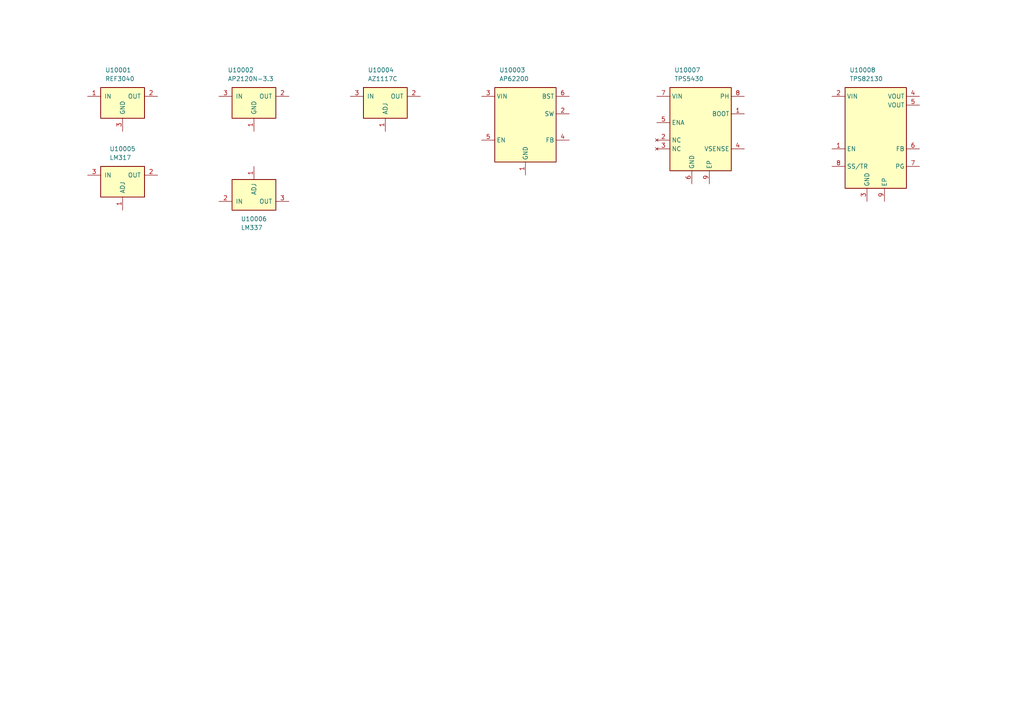
<source format=kicad_sch>
(kicad_sch
	(version 20250114)
	(generator "eeschema")
	(generator_version "9.0")
	(uuid "6d96c60a-a59b-4663-94b7-16d9033e65e9")
	(paper "A4")
	(title_block
		(title "Integrated circuits")
		(date "2026-01-06")
		(rev "1")
		(comment 1 "-")
		(comment 2 "-")
	)
	(lib_symbols
		(symbol "lily_symbols:ic_volt_reference_REF3040_4.096V_sot23"
			(pin_names
				(offset 1.016)
			)
			(exclude_from_sim no)
			(in_bom yes)
			(on_board yes)
			(property "Reference" "U"
				(at 5.08 7.62 0)
				(effects
					(font
						(size 1.27 1.27)
					)
					(justify left)
				)
			)
			(property "Value" "REF3040"
				(at 5.08 5.08 0)
				(effects
					(font
						(size 1.27 1.27)
					)
					(justify left)
				)
			)
			(property "Footprint" "lily_footprints:sot23"
				(at 10.16 -25.4 0)
				(effects
					(font
						(size 1.27 1.27)
					)
					(hide yes)
				)
			)
			(property "Datasheet" "https://lilytronics.github.io/lily_kicad_lib/datasheets/texas_instruments/REF30_series.pdf"
				(at 10.16 -38.1 0)
				(effects
					(font
						(size 1.27 1.27)
					)
					(hide yes)
				)
			)
			(property "Description" ""
				(at 0 0 0)
				(effects
					(font
						(size 1.27 1.27)
					)
					(hide yes)
				)
			)
			(property "Revision" "1"
				(at 10.16 -20.32 0)
				(effects
					(font
						(size 1.27 1.27)
					)
					(hide yes)
				)
			)
			(property "Status" "Active"
				(at 10.16 -22.86 0)
				(effects
					(font
						(size 1.27 1.27)
					)
					(hide yes)
				)
			)
			(property "Manufacturer" "Texas Instruments"
				(at 10.16 -27.94 0)
				(effects
					(font
						(size 1.27 1.27)
					)
					(hide yes)
				)
			)
			(property "Manufacturer_ID" "REF3040AIDBZR"
				(at 10.16 -30.48 0)
				(effects
					(font
						(size 1.27 1.27)
					)
					(hide yes)
				)
			)
			(property "Lily_ID" "NO_ID"
				(at 10.16 -33.02 0)
				(effects
					(font
						(size 1.27 1.27)
					)
					(hide yes)
				)
			)
			(property "JLCPCB_ID" "C19415"
				(at 10.16 -35.56 0)
				(effects
					(font
						(size 1.27 1.27)
					)
					(hide yes)
				)
			)
			(symbol "ic_volt_reference_REF3040_4.096V_sot23_0_1"
				(rectangle
					(start 3.81 2.54)
					(end 16.51 -6.35)
					(stroke
						(width 0.254)
						(type default)
					)
					(fill
						(type background)
					)
				)
			)
			(symbol "ic_volt_reference_REF3040_4.096V_sot23_1_1"
				(pin input line
					(at 0 0 0)
					(length 3.81)
					(name "IN"
						(effects
							(font
								(size 1.27 1.27)
							)
						)
					)
					(number "1"
						(effects
							(font
								(size 1.27 1.27)
							)
						)
					)
				)
				(pin power_in line
					(at 10.16 -10.16 90)
					(length 3.81)
					(name "GND"
						(effects
							(font
								(size 1.27 1.27)
							)
						)
					)
					(number "3"
						(effects
							(font
								(size 1.27 1.27)
							)
						)
					)
				)
				(pin output line
					(at 20.32 0 180)
					(length 3.81)
					(name "OUT"
						(effects
							(font
								(size 1.27 1.27)
							)
						)
					)
					(number "2"
						(effects
							(font
								(size 1.27 1.27)
							)
						)
					)
				)
			)
			(embedded_fonts no)
		)
		(symbol "lily_symbols:ic_volt_reg_AP2120N-3.3_sot23"
			(pin_names
				(offset 1.016)
			)
			(exclude_from_sim no)
			(in_bom yes)
			(on_board yes)
			(property "Reference" "U"
				(at 2.54 7.62 0)
				(effects
					(font
						(size 1.27 1.27)
					)
					(justify left)
				)
			)
			(property "Value" "AP2120N-3.3"
				(at 2.54 5.08 0)
				(effects
					(font
						(size 1.27 1.27)
					)
					(justify left)
				)
			)
			(property "Footprint" "lily_footprints:sot23"
				(at 10.16 -25.4 0)
				(effects
					(font
						(size 1.27 1.27)
					)
					(hide yes)
				)
			)
			(property "Datasheet" "https://lilytronics.github.io/lily_kicad_lib/datasheets/diodes_incorporated/AP2120.pdf"
				(at 10.16 -38.1 0)
				(effects
					(font
						(size 1.27 1.27)
					)
					(hide yes)
				)
			)
			(property "Description" ""
				(at 0 0 0)
				(effects
					(font
						(size 1.27 1.27)
					)
					(hide yes)
				)
			)
			(property "Revision" "1"
				(at 10.16 -20.32 0)
				(effects
					(font
						(size 1.27 1.27)
					)
					(hide yes)
				)
			)
			(property "Status" "Active"
				(at 10.16 -22.86 0)
				(effects
					(font
						(size 1.27 1.27)
					)
					(hide yes)
				)
			)
			(property "Manufacturer" "Diodes Incorporated"
				(at 10.16 -27.94 0)
				(effects
					(font
						(size 1.27 1.27)
					)
					(hide yes)
				)
			)
			(property "Manufacturer_ID" "AP2120N-3.3TRG1 "
				(at 10.16 -30.48 0)
				(effects
					(font
						(size 1.27 1.27)
					)
					(hide yes)
				)
			)
			(property "Lily_ID" "NO_ID"
				(at 10.16 -33.02 0)
				(effects
					(font
						(size 1.27 1.27)
					)
					(hide yes)
				)
			)
			(property "JLCPCB_ID" "C156330"
				(at 10.16 -35.56 0)
				(effects
					(font
						(size 1.27 1.27)
					)
					(hide yes)
				)
			)
			(symbol "ic_volt_reg_AP2120N-3.3_sot23_0_1"
				(rectangle
					(start 3.81 2.54)
					(end 16.51 -6.35)
					(stroke
						(width 0.254)
						(type default)
					)
					(fill
						(type background)
					)
				)
			)
			(symbol "ic_volt_reg_AP2120N-3.3_sot23_1_1"
				(pin input line
					(at 0 0 0)
					(length 3.81)
					(name "IN"
						(effects
							(font
								(size 1.27 1.27)
							)
						)
					)
					(number "3"
						(effects
							(font
								(size 1.27 1.27)
							)
						)
					)
				)
				(pin power_in line
					(at 10.16 -10.16 90)
					(length 3.81)
					(name "GND"
						(effects
							(font
								(size 1.27 1.27)
							)
						)
					)
					(number "1"
						(effects
							(font
								(size 1.27 1.27)
							)
						)
					)
				)
				(pin output line
					(at 20.32 0 180)
					(length 3.81)
					(name "OUT"
						(effects
							(font
								(size 1.27 1.27)
							)
						)
					)
					(number "2"
						(effects
							(font
								(size 1.27 1.27)
							)
						)
					)
				)
			)
			(embedded_fonts no)
		)
		(symbol "lily_symbols:ic_volt_reg_AP62200_sot23-6"
			(exclude_from_sim no)
			(in_bom yes)
			(on_board yes)
			(property "Reference" "U"
				(at 5.08 7.62 0)
				(effects
					(font
						(size 1.27 1.27)
					)
					(justify left)
				)
			)
			(property "Value" "AP62200"
				(at 5.08 5.08 0)
				(effects
					(font
						(size 1.27 1.27)
					)
					(justify left)
				)
			)
			(property "Footprint" "lily_footprints:sot23-6_sc74"
				(at 12.7 -40.64 0)
				(effects
					(font
						(size 1.27 1.27)
					)
					(hide yes)
				)
			)
			(property "Datasheet" "https://lilytronics.github.io/lily_kicad_lib/datasheets/diodes_incorporated/AP62200.pdf"
				(at 12.7 -53.34 0)
				(effects
					(font
						(size 1.27 1.27)
					)
					(hide yes)
				)
			)
			(property "Description" ""
				(at 0 0 0)
				(effects
					(font
						(size 1.27 1.27)
					)
					(hide yes)
				)
			)
			(property "Revision" "1"
				(at 12.7 -35.56 0)
				(effects
					(font
						(size 1.27 1.27)
					)
					(hide yes)
				)
			)
			(property "Status" "Active"
				(at 12.7 -38.1 0)
				(effects
					(font
						(size 1.27 1.27)
					)
					(hide yes)
				)
			)
			(property "Manufacturer" "Diodes Incorporated"
				(at 12.7 -43.18 0)
				(effects
					(font
						(size 1.27 1.27)
					)
					(hide yes)
				)
			)
			(property "Manufacturer_ID" "AP62200WU-7"
				(at 12.7 -45.72 0)
				(effects
					(font
						(size 1.27 1.27)
					)
					(hide yes)
				)
			)
			(property "Lily_ID" "NO_ID"
				(at 12.7 -48.26 0)
				(effects
					(font
						(size 1.27 1.27)
					)
					(hide yes)
				)
			)
			(property "JLCPCB_ID" "C1323282"
				(at 12.7 -50.8 0)
				(effects
					(font
						(size 1.27 1.27)
					)
					(hide yes)
				)
			)
			(symbol "ic_volt_reg_AP62200_sot23-6_0_1"
				(rectangle
					(start 3.81 2.54)
					(end 21.59 -19.05)
					(stroke
						(width 0.254)
						(type default)
					)
					(fill
						(type background)
					)
				)
			)
			(symbol "ic_volt_reg_AP62200_sot23-6_1_1"
				(pin power_in line
					(at 0 0 0)
					(length 3.81)
					(name "VIN"
						(effects
							(font
								(size 1.27 1.27)
							)
						)
					)
					(number "3"
						(effects
							(font
								(size 1.27 1.27)
							)
						)
					)
				)
				(pin input line
					(at 0 -12.7 0)
					(length 3.81)
					(name "EN"
						(effects
							(font
								(size 1.27 1.27)
							)
						)
					)
					(number "5"
						(effects
							(font
								(size 1.27 1.27)
							)
						)
					)
				)
				(pin power_in line
					(at 12.7 -22.86 90)
					(length 3.81)
					(name "GND"
						(effects
							(font
								(size 1.27 1.27)
							)
						)
					)
					(number "1"
						(effects
							(font
								(size 1.27 1.27)
							)
						)
					)
				)
				(pin passive line
					(at 25.4 0 180)
					(length 3.81)
					(name "BST"
						(effects
							(font
								(size 1.27 1.27)
							)
						)
					)
					(number "6"
						(effects
							(font
								(size 1.27 1.27)
							)
						)
					)
				)
				(pin output line
					(at 25.4 -5.08 180)
					(length 3.81)
					(name "SW"
						(effects
							(font
								(size 1.27 1.27)
							)
						)
					)
					(number "2"
						(effects
							(font
								(size 1.27 1.27)
							)
						)
					)
				)
				(pin input line
					(at 25.4 -12.7 180)
					(length 3.81)
					(name "FB"
						(effects
							(font
								(size 1.27 1.27)
							)
						)
					)
					(number "4"
						(effects
							(font
								(size 1.27 1.27)
							)
						)
					)
				)
			)
			(embedded_fonts no)
		)
		(symbol "lily_symbols:ic_volt_reg_AZ1117C_sot223"
			(pin_names
				(offset 1.016)
			)
			(exclude_from_sim no)
			(in_bom yes)
			(on_board yes)
			(property "Reference" "U"
				(at 5.08 7.62 0)
				(effects
					(font
						(size 1.27 1.27)
					)
					(justify left)
				)
			)
			(property "Value" "AZ1117C"
				(at 5.08 5.08 0)
				(effects
					(font
						(size 1.27 1.27)
					)
					(justify left)
				)
			)
			(property "Footprint" "lily_footprints:sot223"
				(at 10.16 -22.86 0)
				(effects
					(font
						(size 1.27 1.27)
					)
					(hide yes)
				)
			)
			(property "Datasheet" "https://lilytronics.github.io/lily_kicad_lib/datasheets/diodes_incorporated/AZ1117C.pdf"
				(at 10.16 -35.56 0)
				(effects
					(font
						(size 1.27 1.27)
					)
					(hide yes)
				)
			)
			(property "Description" ""
				(at 0 0 0)
				(effects
					(font
						(size 1.27 1.27)
					)
					(hide yes)
				)
			)
			(property "Revision" "1"
				(at 10.16 -17.78 0)
				(effects
					(font
						(size 1.27 1.27)
					)
					(hide yes)
				)
			)
			(property "Status" "Active"
				(at 10.16 -20.32 0)
				(effects
					(font
						(size 1.27 1.27)
					)
					(hide yes)
				)
			)
			(property "Manufacturer" "Diodes Incorporated"
				(at 10.16 -25.4 0)
				(effects
					(font
						(size 1.27 1.27)
					)
					(hide yes)
				)
			)
			(property "Manufacturer_ID" "AZ1117CH-ADJTRG1"
				(at 10.16 -27.94 0)
				(effects
					(font
						(size 1.27 1.27)
					)
					(hide yes)
				)
			)
			(property "Lily_ID" "NO_ID"
				(at 10.16 -30.48 0)
				(effects
					(font
						(size 1.27 1.27)
					)
					(hide yes)
				)
			)
			(property "JLCPCB_ID" "C95398"
				(at 10.16 -33.02 0)
				(effects
					(font
						(size 1.27 1.27)
					)
					(hide yes)
				)
			)
			(symbol "ic_volt_reg_AZ1117C_sot223_0_1"
				(rectangle
					(start 3.81 2.54)
					(end 16.51 -6.35)
					(stroke
						(width 0.254)
						(type default)
					)
					(fill
						(type background)
					)
				)
			)
			(symbol "ic_volt_reg_AZ1117C_sot223_1_1"
				(pin input line
					(at 0 0 0)
					(length 3.81)
					(name "IN"
						(effects
							(font
								(size 1.27 1.27)
							)
						)
					)
					(number "3"
						(effects
							(font
								(size 1.27 1.27)
							)
						)
					)
				)
				(pin passive line
					(at 10.16 -10.16 90)
					(length 3.81)
					(name "ADJ"
						(effects
							(font
								(size 1.27 1.27)
							)
						)
					)
					(number "1"
						(effects
							(font
								(size 1.27 1.27)
							)
						)
					)
				)
				(pin output line
					(at 20.32 0 180)
					(length 3.81)
					(name "OUT"
						(effects
							(font
								(size 1.27 1.27)
							)
						)
					)
					(number "2"
						(effects
							(font
								(size 1.27 1.27)
							)
						)
					)
				)
			)
			(embedded_fonts no)
		)
		(symbol "lily_symbols:ic_volt_reg_LM317_to263-2"
			(pin_names
				(offset 1.016)
			)
			(exclude_from_sim no)
			(in_bom yes)
			(on_board yes)
			(property "Reference" "U"
				(at 6.35 7.62 0)
				(effects
					(font
						(size 1.27 1.27)
					)
					(justify left)
				)
			)
			(property "Value" "LM317"
				(at 6.35 5.08 0)
				(effects
					(font
						(size 1.27 1.27)
					)
					(justify left)
				)
			)
			(property "Footprint" "lily_footprints:to263-2"
				(at 10.16 -22.86 0)
				(effects
					(font
						(size 1.27 1.27)
					)
					(hide yes)
				)
			)
			(property "Datasheet" "https://lilytronics.github.io/lily_kicad_lib/datasheets/onsemi/LM317.pdf"
				(at 10.16 -35.56 0)
				(effects
					(font
						(size 1.27 1.27)
					)
					(hide yes)
				)
			)
			(property "Description" ""
				(at 0 0 0)
				(effects
					(font
						(size 1.27 1.27)
					)
					(hide yes)
				)
			)
			(property "Revision" "1"
				(at 10.16 -17.78 0)
				(effects
					(font
						(size 1.27 1.27)
					)
					(hide yes)
				)
			)
			(property "Status" "Active"
				(at 10.16 -20.32 0)
				(effects
					(font
						(size 1.27 1.27)
					)
					(hide yes)
				)
			)
			(property "Manufacturer" "Onsemi"
				(at 10.16 -25.4 0)
				(effects
					(font
						(size 1.27 1.27)
					)
					(hide yes)
				)
			)
			(property "Manufacturer_ID" "LM317BD2TR4G"
				(at 10.16 -27.94 0)
				(effects
					(font
						(size 1.27 1.27)
					)
					(hide yes)
				)
			)
			(property "Lily_ID" "NO_ID"
				(at 10.16 -30.48 0)
				(effects
					(font
						(size 1.27 1.27)
					)
					(hide yes)
				)
			)
			(property "JLCPCB_ID" "C173771"
				(at 10.16 -33.02 0)
				(effects
					(font
						(size 1.27 1.27)
					)
					(hide yes)
				)
			)
			(symbol "ic_volt_reg_LM317_to263-2_0_1"
				(rectangle
					(start 3.81 2.54)
					(end 16.51 -6.35)
					(stroke
						(width 0.254)
						(type default)
					)
					(fill
						(type background)
					)
				)
			)
			(symbol "ic_volt_reg_LM317_to263-2_1_1"
				(pin input line
					(at 0 0 0)
					(length 3.81)
					(name "IN"
						(effects
							(font
								(size 1.27 1.27)
							)
						)
					)
					(number "3"
						(effects
							(font
								(size 1.27 1.27)
							)
						)
					)
				)
				(pin passive line
					(at 10.16 -10.16 90)
					(length 3.81)
					(name "ADJ"
						(effects
							(font
								(size 1.27 1.27)
							)
						)
					)
					(number "1"
						(effects
							(font
								(size 1.27 1.27)
							)
						)
					)
				)
				(pin output line
					(at 20.32 0 180)
					(length 3.81)
					(name "OUT"
						(effects
							(font
								(size 1.27 1.27)
							)
						)
					)
					(number "2"
						(effects
							(font
								(size 1.27 1.27)
							)
						)
					)
				)
			)
			(embedded_fonts no)
		)
		(symbol "lily_symbols:ic_volt_reg_LM337_to263-2"
			(pin_names
				(offset 1.016)
			)
			(exclude_from_sim no)
			(in_bom yes)
			(on_board yes)
			(property "Reference" "U"
				(at 6.35 -5.08 0)
				(effects
					(font
						(size 1.27 1.27)
					)
					(justify left)
				)
			)
			(property "Value" "LM337"
				(at 6.35 -7.62 0)
				(effects
					(font
						(size 1.27 1.27)
					)
					(justify left)
				)
			)
			(property "Footprint" "lily_footprints:to263-2"
				(at 10.16 -15.24 0)
				(effects
					(font
						(size 1.27 1.27)
					)
					(hide yes)
				)
			)
			(property "Datasheet" "https://lilytronics.github.io/lily_kicad_lib/datasheets/onsemi/LM337.pdf"
				(at 10.16 -27.94 0)
				(effects
					(font
						(size 1.27 1.27)
					)
					(hide yes)
				)
			)
			(property "Description" ""
				(at 0 0 0)
				(effects
					(font
						(size 1.27 1.27)
					)
					(hide yes)
				)
			)
			(property "Revision" "1"
				(at 10.16 -10.16 0)
				(effects
					(font
						(size 1.27 1.27)
					)
					(hide yes)
				)
			)
			(property "Status" "Active"
				(at 10.16 -12.7 0)
				(effects
					(font
						(size 1.27 1.27)
					)
					(hide yes)
				)
			)
			(property "Manufacturer" "Onsemi"
				(at 10.16 -17.78 0)
				(effects
					(font
						(size 1.27 1.27)
					)
					(hide yes)
				)
			)
			(property "Manufacturer_ID" "LM337D2TR4G"
				(at 10.16 -20.32 0)
				(effects
					(font
						(size 1.27 1.27)
					)
					(hide yes)
				)
			)
			(property "Lily_ID" "NO_ID"
				(at 10.16 -22.86 0)
				(effects
					(font
						(size 1.27 1.27)
					)
					(hide yes)
				)
			)
			(property "JLCPCB_ID" "C232416"
				(at 10.16 -25.4 0)
				(effects
					(font
						(size 1.27 1.27)
					)
					(hide yes)
				)
			)
			(symbol "ic_volt_reg_LM337_to263-2_0_1"
				(rectangle
					(start 3.81 6.35)
					(end 16.51 -2.54)
					(stroke
						(width 0.254)
						(type default)
					)
					(fill
						(type background)
					)
				)
			)
			(symbol "ic_volt_reg_LM337_to263-2_1_1"
				(pin input line
					(at 0 0 0)
					(length 3.81)
					(name "IN"
						(effects
							(font
								(size 1.27 1.27)
							)
						)
					)
					(number "2"
						(effects
							(font
								(size 1.27 1.27)
							)
						)
					)
				)
				(pin passive line
					(at 10.16 10.16 270)
					(length 3.81)
					(name "ADJ"
						(effects
							(font
								(size 1.27 1.27)
							)
						)
					)
					(number "1"
						(effects
							(font
								(size 1.27 1.27)
							)
						)
					)
				)
				(pin output line
					(at 20.32 0 180)
					(length 3.81)
					(name "OUT"
						(effects
							(font
								(size 1.27 1.27)
							)
						)
					)
					(number "3"
						(effects
							(font
								(size 1.27 1.27)
							)
						)
					)
				)
			)
			(embedded_fonts no)
		)
		(symbol "lily_symbols:ic_volt_reg_switching_TPS5430_hsoic8"
			(exclude_from_sim no)
			(in_bom yes)
			(on_board yes)
			(property "Reference" "U"
				(at 5.08 7.62 0)
				(effects
					(font
						(size 1.27 1.27)
					)
					(justify left)
				)
			)
			(property "Value" "TPS5430"
				(at 5.08 5.08 0)
				(effects
					(font
						(size 1.27 1.27)
					)
					(justify left)
				)
			)
			(property "Footprint" "lily_footprints:hsoic8"
				(at 12.7 -43.18 0)
				(effects
					(font
						(size 1.27 1.27)
					)
					(hide yes)
				)
			)
			(property "Datasheet" "https://lilytronics.github.io/lily_kicad_lib/datasheets/texas_instruments/TPS5430.pdf"
				(at 12.7 -55.88 0)
				(effects
					(font
						(size 1.27 1.27)
					)
					(hide yes)
				)
			)
			(property "Description" ""
				(at 0 0 0)
				(effects
					(font
						(size 1.27 1.27)
					)
					(hide yes)
				)
			)
			(property "Revision" "1"
				(at 12.7 -38.1 0)
				(effects
					(font
						(size 1.27 1.27)
					)
					(hide yes)
				)
			)
			(property "Status" "Active"
				(at 12.7 -40.64 0)
				(effects
					(font
						(size 1.27 1.27)
					)
					(hide yes)
				)
			)
			(property "Manufacturer" "Texas Instruments"
				(at 12.7 -45.72 0)
				(effects
					(font
						(size 1.27 1.27)
					)
					(hide yes)
				)
			)
			(property "Manufacturer_ID" "TPS5430DDAR"
				(at 12.7 -48.26 0)
				(effects
					(font
						(size 1.27 1.27)
					)
					(hide yes)
				)
			)
			(property "Lily_ID" "NO_ID"
				(at 12.7 -50.8 0)
				(effects
					(font
						(size 1.27 1.27)
					)
					(hide yes)
				)
			)
			(property "JLCPCB_ID" "C9864"
				(at 12.7 -53.34 0)
				(effects
					(font
						(size 1.27 1.27)
					)
					(hide yes)
				)
			)
			(symbol "ic_volt_reg_switching_TPS5430_hsoic8_0_1"
				(rectangle
					(start 3.81 2.54)
					(end 21.59 -21.59)
					(stroke
						(width 0.254)
						(type default)
					)
					(fill
						(type background)
					)
				)
			)
			(symbol "ic_volt_reg_switching_TPS5430_hsoic8_1_1"
				(pin power_in line
					(at 0 0 0)
					(length 3.81)
					(name "VIN"
						(effects
							(font
								(size 1.27 1.27)
							)
						)
					)
					(number "7"
						(effects
							(font
								(size 1.27 1.27)
							)
						)
					)
				)
				(pin input line
					(at 0 -7.62 0)
					(length 3.81)
					(name "ENA"
						(effects
							(font
								(size 1.27 1.27)
							)
						)
					)
					(number "5"
						(effects
							(font
								(size 1.27 1.27)
							)
						)
					)
				)
				(pin no_connect line
					(at 0 -12.7 0)
					(length 3.81)
					(name "NC"
						(effects
							(font
								(size 1.27 1.27)
							)
						)
					)
					(number "2"
						(effects
							(font
								(size 1.27 1.27)
							)
						)
					)
				)
				(pin no_connect line
					(at 0 -15.24 0)
					(length 3.81)
					(name "NC"
						(effects
							(font
								(size 1.27 1.27)
							)
						)
					)
					(number "3"
						(effects
							(font
								(size 1.27 1.27)
							)
						)
					)
				)
				(pin power_in line
					(at 10.16 -25.4 90)
					(length 3.81)
					(name "GND"
						(effects
							(font
								(size 1.27 1.27)
							)
						)
					)
					(number "6"
						(effects
							(font
								(size 1.27 1.27)
							)
						)
					)
				)
				(pin power_in line
					(at 15.24 -25.4 90)
					(length 3.81)
					(name "EP"
						(effects
							(font
								(size 1.27 1.27)
							)
						)
					)
					(number "9"
						(effects
							(font
								(size 1.27 1.27)
							)
						)
					)
				)
				(pin passive line
					(at 25.4 0 180)
					(length 3.81)
					(name "PH"
						(effects
							(font
								(size 1.27 1.27)
							)
						)
					)
					(number "8"
						(effects
							(font
								(size 1.27 1.27)
							)
						)
					)
				)
				(pin output line
					(at 25.4 -5.08 180)
					(length 3.81)
					(name "BOOT"
						(effects
							(font
								(size 1.27 1.27)
							)
						)
					)
					(number "1"
						(effects
							(font
								(size 1.27 1.27)
							)
						)
					)
				)
				(pin input line
					(at 25.4 -15.24 180)
					(length 3.81)
					(name "VSENSE"
						(effects
							(font
								(size 1.27 1.27)
							)
						)
					)
					(number "4"
						(effects
							(font
								(size 1.27 1.27)
							)
						)
					)
				)
			)
			(embedded_fonts no)
		)
		(symbol "lily_symbols:ic_volt_reg_switching_TPS82130_usip8"
			(exclude_from_sim no)
			(in_bom yes)
			(on_board yes)
			(property "Reference" "U"
				(at 5.08 7.62 0)
				(effects
					(font
						(size 1.27 1.27)
					)
					(justify left)
				)
			)
			(property "Value" "TPS82130"
				(at 5.08 5.08 0)
				(effects
					(font
						(size 1.27 1.27)
					)
					(justify left)
				)
			)
			(property "Footprint" "lily_footprints:usip8_pitch0.65_2.8x3.0mm"
				(at 12.7 -48.26 0)
				(effects
					(font
						(size 1.27 1.27)
					)
					(hide yes)
				)
			)
			(property "Datasheet" "https://lilytronics.github.io/lily_kicad_lib/datasheets/texas_instruments/TPS82130.pdf"
				(at 12.7 -60.96 0)
				(effects
					(font
						(size 1.27 1.27)
					)
					(hide yes)
				)
			)
			(property "Description" ""
				(at 0 0 0)
				(effects
					(font
						(size 1.27 1.27)
					)
					(hide yes)
				)
			)
			(property "Revision" "1"
				(at 12.7 -43.18 0)
				(effects
					(font
						(size 1.27 1.27)
					)
					(hide yes)
				)
			)
			(property "Status" "Active"
				(at 12.7 -45.72 0)
				(effects
					(font
						(size 1.27 1.27)
					)
					(hide yes)
				)
			)
			(property "Manufacturer" "Texas Instruments"
				(at 12.7 -50.8 0)
				(effects
					(font
						(size 1.27 1.27)
					)
					(hide yes)
				)
			)
			(property "Manufacturer_ID" "TPS82130SILR"
				(at 12.7 -53.34 0)
				(effects
					(font
						(size 1.27 1.27)
					)
					(hide yes)
				)
			)
			(property "Lily_ID" "NO_ID"
				(at 12.7 -55.88 0)
				(effects
					(font
						(size 1.27 1.27)
					)
					(hide yes)
				)
			)
			(property "JLCPCB_ID" "C473914"
				(at 12.7 -58.42 0)
				(effects
					(font
						(size 1.27 1.27)
					)
					(hide yes)
				)
			)
			(symbol "ic_volt_reg_switching_TPS82130_usip8_0_1"
				(rectangle
					(start 3.81 2.54)
					(end 21.59 -26.67)
					(stroke
						(width 0.254)
						(type default)
					)
					(fill
						(type background)
					)
				)
			)
			(symbol "ic_volt_reg_switching_TPS82130_usip8_1_1"
				(pin input line
					(at 0 0 0)
					(length 3.81)
					(name "VIN"
						(effects
							(font
								(size 1.27 1.27)
							)
						)
					)
					(number "2"
						(effects
							(font
								(size 1.27 1.27)
							)
						)
					)
				)
				(pin input line
					(at 0 -15.24 0)
					(length 3.81)
					(name "EN"
						(effects
							(font
								(size 1.27 1.27)
							)
						)
					)
					(number "1"
						(effects
							(font
								(size 1.27 1.27)
							)
						)
					)
				)
				(pin input line
					(at 0 -20.32 0)
					(length 3.81)
					(name "SS/TR"
						(effects
							(font
								(size 1.27 1.27)
							)
						)
					)
					(number "8"
						(effects
							(font
								(size 1.27 1.27)
							)
						)
					)
				)
				(pin power_in line
					(at 10.16 -30.48 90)
					(length 3.81)
					(name "GND"
						(effects
							(font
								(size 1.27 1.27)
							)
						)
					)
					(number "3"
						(effects
							(font
								(size 1.27 1.27)
							)
						)
					)
				)
				(pin power_in line
					(at 15.24 -30.48 90)
					(length 3.81)
					(name "EP"
						(effects
							(font
								(size 1.27 1.27)
							)
						)
					)
					(number "9"
						(effects
							(font
								(size 1.27 1.27)
							)
						)
					)
				)
				(pin output line
					(at 25.4 0 180)
					(length 3.81)
					(name "VOUT"
						(effects
							(font
								(size 1.27 1.27)
							)
						)
					)
					(number "4"
						(effects
							(font
								(size 1.27 1.27)
							)
						)
					)
				)
				(pin output line
					(at 25.4 -2.54 180)
					(length 3.81)
					(name "VOUT"
						(effects
							(font
								(size 1.27 1.27)
							)
						)
					)
					(number "5"
						(effects
							(font
								(size 1.27 1.27)
							)
						)
					)
				)
				(pin input line
					(at 25.4 -15.24 180)
					(length 3.81)
					(name "FB"
						(effects
							(font
								(size 1.27 1.27)
							)
						)
					)
					(number "6"
						(effects
							(font
								(size 1.27 1.27)
							)
						)
					)
				)
				(pin output line
					(at 25.4 -20.32 180)
					(length 3.81)
					(name "PG"
						(effects
							(font
								(size 1.27 1.27)
							)
						)
					)
					(number "7"
						(effects
							(font
								(size 1.27 1.27)
							)
						)
					)
				)
			)
			(embedded_fonts no)
		)
	)
	(symbol
		(lib_id "lily_symbols:ic_volt_reference_REF3040_4.096V_sot23")
		(at 25.4 27.94 0)
		(unit 1)
		(exclude_from_sim no)
		(in_bom yes)
		(on_board yes)
		(dnp no)
		(uuid "0ed7c20f-e6e3-42df-9b83-fd87a09d976b")
		(property "Reference" "U10001"
			(at 30.48 20.32 0)
			(effects
				(font
					(size 1.27 1.27)
				)
				(justify left)
			)
		)
		(property "Value" "REF3040"
			(at 30.48 22.86 0)
			(effects
				(font
					(size 1.27 1.27)
				)
				(justify left)
			)
		)
		(property "Footprint" "lily_footprints:sot23"
			(at 35.56 53.34 0)
			(effects
				(font
					(size 1.27 1.27)
				)
				(hide yes)
			)
		)
		(property "Datasheet" "https://lilytronics.github.io/lily_kicad_lib/datasheets/texas_instruments/REF30_series.pdf"
			(at 35.56 66.04 0)
			(effects
				(font
					(size 1.27 1.27)
				)
				(hide yes)
			)
		)
		(property "Description" ""
			(at 25.4 27.94 0)
			(effects
				(font
					(size 1.27 1.27)
				)
				(hide yes)
			)
		)
		(property "Revision" "1"
			(at 35.56 48.26 0)
			(effects
				(font
					(size 1.27 1.27)
				)
				(hide yes)
			)
		)
		(property "Status" "Active"
			(at 35.56 50.8 0)
			(effects
				(font
					(size 1.27 1.27)
				)
				(hide yes)
			)
		)
		(property "Manufacturer" "Texas Instruments"
			(at 35.56 55.88 0)
			(effects
				(font
					(size 1.27 1.27)
				)
				(hide yes)
			)
		)
		(property "Manufacturer_ID" "REF3040AIDBZR"
			(at 35.56 58.42 0)
			(effects
				(font
					(size 1.27 1.27)
				)
				(hide yes)
			)
		)
		(property "Lily_ID" "NO_ID"
			(at 35.56 60.96 0)
			(effects
				(font
					(size 1.27 1.27)
				)
				(hide yes)
			)
		)
		(property "JLCPCB_ID" "C19415"
			(at 35.56 63.5 0)
			(effects
				(font
					(size 1.27 1.27)
				)
				(hide yes)
			)
		)
		(pin "2"
			(uuid "4f16fa0e-e690-4ea0-8648-21989eda12e1")
		)
		(pin "1"
			(uuid "33a29701-f7bd-408f-8b0f-adaffd362110")
		)
		(pin "3"
			(uuid "9d1d281b-61bc-4cce-92e6-cf2e7677c091")
		)
		(instances
			(project ""
				(path "/e63e39d7-6ac0-4ffd-8aa3-1841a4541b55/aab8d68a-9445-4e01-a879-d4613f75fbd3"
					(reference "U10001")
					(unit 1)
				)
			)
		)
	)
	(symbol
		(lib_id "lily_symbols:ic_volt_reg_AZ1117C_sot223")
		(at 101.6 27.94 0)
		(unit 1)
		(exclude_from_sim no)
		(in_bom yes)
		(on_board yes)
		(dnp no)
		(uuid "10dadbf4-e933-4abc-830b-79535bec58df")
		(property "Reference" "U10004"
			(at 106.68 20.32 0)
			(effects
				(font
					(size 1.27 1.27)
				)
				(justify left)
			)
		)
		(property "Value" "AZ1117C"
			(at 106.68 22.86 0)
			(effects
				(font
					(size 1.27 1.27)
				)
				(justify left)
			)
		)
		(property "Footprint" "lily_footprints:sot223"
			(at 111.76 50.8 0)
			(effects
				(font
					(size 1.27 1.27)
				)
				(hide yes)
			)
		)
		(property "Datasheet" "https://lilytronics.github.io/lily_kicad_lib/datasheets/diodes_incorporated/AZ1117C.pdf"
			(at 111.76 63.5 0)
			(effects
				(font
					(size 1.27 1.27)
				)
				(hide yes)
			)
		)
		(property "Description" ""
			(at 101.6 27.94 0)
			(effects
				(font
					(size 1.27 1.27)
				)
				(hide yes)
			)
		)
		(property "Revision" "1"
			(at 111.76 45.72 0)
			(effects
				(font
					(size 1.27 1.27)
				)
				(hide yes)
			)
		)
		(property "Status" "Active"
			(at 111.76 48.26 0)
			(effects
				(font
					(size 1.27 1.27)
				)
				(hide yes)
			)
		)
		(property "Manufacturer" "Diodes Incorporated"
			(at 111.76 53.34 0)
			(effects
				(font
					(size 1.27 1.27)
				)
				(hide yes)
			)
		)
		(property "Manufacturer_ID" "AZ1117CH-ADJTRG1"
			(at 111.76 55.88 0)
			(effects
				(font
					(size 1.27 1.27)
				)
				(hide yes)
			)
		)
		(property "Lily_ID" "NO_ID"
			(at 111.76 58.42 0)
			(effects
				(font
					(size 1.27 1.27)
				)
				(hide yes)
			)
		)
		(property "JLCPCB_ID" "C95398"
			(at 111.76 60.96 0)
			(effects
				(font
					(size 1.27 1.27)
				)
				(hide yes)
			)
		)
		(pin "3"
			(uuid "be2ac30a-cada-45c8-8318-412ff9fff510")
		)
		(pin "1"
			(uuid "9393dc31-0ad5-4979-99b6-955b73bff5e3")
		)
		(pin "2"
			(uuid "8eeb6588-add2-49f0-9d03-b70d967879e2")
		)
		(instances
			(project ""
				(path "/e63e39d7-6ac0-4ffd-8aa3-1841a4541b55/aab8d68a-9445-4e01-a879-d4613f75fbd3"
					(reference "U10004")
					(unit 1)
				)
			)
		)
	)
	(symbol
		(lib_id "lily_symbols:ic_volt_reg_LM337_to263-2")
		(at 63.5 58.42 0)
		(unit 1)
		(exclude_from_sim no)
		(in_bom yes)
		(on_board yes)
		(dnp no)
		(uuid "13289098-fab4-4bd0-89b1-ce7d31b358e0")
		(property "Reference" "U10006"
			(at 69.85 63.5 0)
			(effects
				(font
					(size 1.27 1.27)
				)
				(justify left)
			)
		)
		(property "Value" "LM337"
			(at 69.85 66.04 0)
			(effects
				(font
					(size 1.27 1.27)
				)
				(justify left)
			)
		)
		(property "Footprint" "lily_footprints:to263-2"
			(at 73.66 73.66 0)
			(effects
				(font
					(size 1.27 1.27)
				)
				(hide yes)
			)
		)
		(property "Datasheet" "https://lilytronics.github.io/lily_kicad_lib/datasheets/onsemi/LM337.pdf"
			(at 73.66 86.36 0)
			(effects
				(font
					(size 1.27 1.27)
				)
				(hide yes)
			)
		)
		(property "Description" ""
			(at 63.5 58.42 0)
			(effects
				(font
					(size 1.27 1.27)
				)
				(hide yes)
			)
		)
		(property "Revision" "1"
			(at 73.66 68.58 0)
			(effects
				(font
					(size 1.27 1.27)
				)
				(hide yes)
			)
		)
		(property "Status" "Active"
			(at 73.66 71.12 0)
			(effects
				(font
					(size 1.27 1.27)
				)
				(hide yes)
			)
		)
		(property "Manufacturer" "Onsemi"
			(at 73.66 76.2 0)
			(effects
				(font
					(size 1.27 1.27)
				)
				(hide yes)
			)
		)
		(property "Manufacturer_ID" "LM337D2TR4G"
			(at 73.66 78.74 0)
			(effects
				(font
					(size 1.27 1.27)
				)
				(hide yes)
			)
		)
		(property "Lily_ID" "NO_ID"
			(at 73.66 81.28 0)
			(effects
				(font
					(size 1.27 1.27)
				)
				(hide yes)
			)
		)
		(property "JLCPCB_ID" "C232416"
			(at 73.66 83.82 0)
			(effects
				(font
					(size 1.27 1.27)
				)
				(hide yes)
			)
		)
		(pin "2"
			(uuid "785de106-6375-4380-af7f-a3a1a2b8d037")
		)
		(pin "3"
			(uuid "77431f3a-c980-4962-bc6e-12ecbd6c29c4")
		)
		(pin "1"
			(uuid "08631e91-b30d-43a5-b625-364e8dd930c0")
		)
		(instances
			(project ""
				(path "/e63e39d7-6ac0-4ffd-8aa3-1841a4541b55/aab8d68a-9445-4e01-a879-d4613f75fbd3"
					(reference "U10006")
					(unit 1)
				)
			)
		)
	)
	(symbol
		(lib_id "lily_symbols:ic_volt_reg_AP62200_sot23-6")
		(at 139.7 27.94 0)
		(unit 1)
		(exclude_from_sim no)
		(in_bom yes)
		(on_board yes)
		(dnp no)
		(uuid "1b73fe6d-1f39-46de-8ebd-5c6d032e91cb")
		(property "Reference" "U10003"
			(at 144.78 20.32 0)
			(effects
				(font
					(size 1.27 1.27)
				)
				(justify left)
			)
		)
		(property "Value" "AP62200"
			(at 144.78 22.86 0)
			(effects
				(font
					(size 1.27 1.27)
				)
				(justify left)
			)
		)
		(property "Footprint" "lily_footprints:sot23-6_sc74"
			(at 152.4 68.58 0)
			(effects
				(font
					(size 1.27 1.27)
				)
				(hide yes)
			)
		)
		(property "Datasheet" "https://lilytronics.github.io/lily_kicad_lib/datasheets/diodes_incorporated/AP62200.pdf"
			(at 152.4 81.28 0)
			(effects
				(font
					(size 1.27 1.27)
				)
				(hide yes)
			)
		)
		(property "Description" ""
			(at 139.7 27.94 0)
			(effects
				(font
					(size 1.27 1.27)
				)
				(hide yes)
			)
		)
		(property "Revision" "1"
			(at 152.4 63.5 0)
			(effects
				(font
					(size 1.27 1.27)
				)
				(hide yes)
			)
		)
		(property "Status" "Active"
			(at 152.4 66.04 0)
			(effects
				(font
					(size 1.27 1.27)
				)
				(hide yes)
			)
		)
		(property "Manufacturer" "Diodes Incorporated"
			(at 152.4 71.12 0)
			(effects
				(font
					(size 1.27 1.27)
				)
				(hide yes)
			)
		)
		(property "Manufacturer_ID" "AP62200WU-7"
			(at 152.4 73.66 0)
			(effects
				(font
					(size 1.27 1.27)
				)
				(hide yes)
			)
		)
		(property "Lily_ID" "NO_ID"
			(at 152.4 76.2 0)
			(effects
				(font
					(size 1.27 1.27)
				)
				(hide yes)
			)
		)
		(property "JLCPCB_ID" "C1323282"
			(at 152.4 78.74 0)
			(effects
				(font
					(size 1.27 1.27)
				)
				(hide yes)
			)
		)
		(pin "5"
			(uuid "065b113b-e8a2-4a1a-9686-589206c0b1a0")
		)
		(pin "1"
			(uuid "ff7a920a-de72-4483-b012-beaff6775cd7")
		)
		(pin "6"
			(uuid "e30be722-fac9-4a71-9874-4e028714fbba")
		)
		(pin "3"
			(uuid "7a483ae9-5ea9-4227-9001-931f6eb103f0")
		)
		(pin "2"
			(uuid "7db4f589-03b2-445d-9ea9-21617a502588")
		)
		(pin "4"
			(uuid "d93e4afc-eccb-4ecb-ad20-d3861f1bbbc5")
		)
		(instances
			(project ""
				(path "/e63e39d7-6ac0-4ffd-8aa3-1841a4541b55/aab8d68a-9445-4e01-a879-d4613f75fbd3"
					(reference "U10003")
					(unit 1)
				)
			)
		)
	)
	(symbol
		(lib_id "lily_symbols:ic_volt_reg_AP2120N-3.3_sot23")
		(at 63.5 27.94 0)
		(unit 1)
		(exclude_from_sim no)
		(in_bom yes)
		(on_board yes)
		(dnp no)
		(uuid "2d2ef631-34bd-4cb0-b8d8-b253b58d9ece")
		(property "Reference" "U10002"
			(at 66.04 20.32 0)
			(effects
				(font
					(size 1.27 1.27)
				)
				(justify left)
			)
		)
		(property "Value" "AP2120N-3.3"
			(at 66.04 22.86 0)
			(effects
				(font
					(size 1.27 1.27)
				)
				(justify left)
			)
		)
		(property "Footprint" "lily_footprints:sot23"
			(at 73.66 53.34 0)
			(effects
				(font
					(size 1.27 1.27)
				)
				(hide yes)
			)
		)
		(property "Datasheet" "https://lilytronics.github.io/lily_kicad_lib/datasheets/diodes_incorporated/AP2120.pdf"
			(at 73.66 66.04 0)
			(effects
				(font
					(size 1.27 1.27)
				)
				(hide yes)
			)
		)
		(property "Description" ""
			(at 63.5 27.94 0)
			(effects
				(font
					(size 1.27 1.27)
				)
				(hide yes)
			)
		)
		(property "Revision" "1"
			(at 73.66 48.26 0)
			(effects
				(font
					(size 1.27 1.27)
				)
				(hide yes)
			)
		)
		(property "Status" "Active"
			(at 73.66 50.8 0)
			(effects
				(font
					(size 1.27 1.27)
				)
				(hide yes)
			)
		)
		(property "Manufacturer" "Diodes Incorporated"
			(at 73.66 55.88 0)
			(effects
				(font
					(size 1.27 1.27)
				)
				(hide yes)
			)
		)
		(property "Manufacturer_ID" "AP2120N-3.3TRG1 "
			(at 73.66 58.42 0)
			(effects
				(font
					(size 1.27 1.27)
				)
				(hide yes)
			)
		)
		(property "Lily_ID" "NO_ID"
			(at 73.66 60.96 0)
			(effects
				(font
					(size 1.27 1.27)
				)
				(hide yes)
			)
		)
		(property "JLCPCB_ID" "C156330"
			(at 73.66 63.5 0)
			(effects
				(font
					(size 1.27 1.27)
				)
				(hide yes)
			)
		)
		(pin "3"
			(uuid "730620ee-2256-4fab-9a44-be1ce8bf999e")
		)
		(pin "2"
			(uuid "844e5c97-4325-4421-916b-8517fb1784e0")
		)
		(pin "1"
			(uuid "f1e8373e-472a-4cde-971b-c1c290e45ee4")
		)
		(instances
			(project ""
				(path "/e63e39d7-6ac0-4ffd-8aa3-1841a4541b55/aab8d68a-9445-4e01-a879-d4613f75fbd3"
					(reference "U10002")
					(unit 1)
				)
			)
		)
	)
	(symbol
		(lib_id "lily_symbols:ic_volt_reg_LM317_to263-2")
		(at 25.4 50.8 0)
		(unit 1)
		(exclude_from_sim no)
		(in_bom yes)
		(on_board yes)
		(dnp no)
		(uuid "984cacf1-7566-4217-a9a6-e15f0a9ea237")
		(property "Reference" "U10005"
			(at 31.75 43.18 0)
			(effects
				(font
					(size 1.27 1.27)
				)
				(justify left)
			)
		)
		(property "Value" "LM317"
			(at 31.75 45.72 0)
			(effects
				(font
					(size 1.27 1.27)
				)
				(justify left)
			)
		)
		(property "Footprint" "lily_footprints:to263-2"
			(at 35.56 73.66 0)
			(effects
				(font
					(size 1.27 1.27)
				)
				(hide yes)
			)
		)
		(property "Datasheet" "https://lilytronics.github.io/lily_kicad_lib/datasheets/onsemi/LM317.pdf"
			(at 35.56 86.36 0)
			(effects
				(font
					(size 1.27 1.27)
				)
				(hide yes)
			)
		)
		(property "Description" ""
			(at 25.4 50.8 0)
			(effects
				(font
					(size 1.27 1.27)
				)
				(hide yes)
			)
		)
		(property "Revision" "1"
			(at 35.56 68.58 0)
			(effects
				(font
					(size 1.27 1.27)
				)
				(hide yes)
			)
		)
		(property "Status" "Active"
			(at 35.56 71.12 0)
			(effects
				(font
					(size 1.27 1.27)
				)
				(hide yes)
			)
		)
		(property "Manufacturer" "Onsemi"
			(at 35.56 76.2 0)
			(effects
				(font
					(size 1.27 1.27)
				)
				(hide yes)
			)
		)
		(property "Manufacturer_ID" "LM317BD2TR4G"
			(at 35.56 78.74 0)
			(effects
				(font
					(size 1.27 1.27)
				)
				(hide yes)
			)
		)
		(property "Lily_ID" "NO_ID"
			(at 35.56 81.28 0)
			(effects
				(font
					(size 1.27 1.27)
				)
				(hide yes)
			)
		)
		(property "JLCPCB_ID" "C173771"
			(at 35.56 83.82 0)
			(effects
				(font
					(size 1.27 1.27)
				)
				(hide yes)
			)
		)
		(pin "3"
			(uuid "2d1ef975-1932-42dd-ba7c-f8b08fd8d40c")
		)
		(pin "2"
			(uuid "201e8e53-bf72-4c25-a901-27f778a81454")
		)
		(pin "1"
			(uuid "103878ac-7d64-4286-a6b1-6921ee108c3c")
		)
		(instances
			(project ""
				(path "/e63e39d7-6ac0-4ffd-8aa3-1841a4541b55/aab8d68a-9445-4e01-a879-d4613f75fbd3"
					(reference "U10005")
					(unit 1)
				)
			)
		)
	)
	(symbol
		(lib_id "lily_symbols:ic_volt_reg_switching_TPS5430_hsoic8")
		(at 190.5 27.94 0)
		(unit 1)
		(exclude_from_sim no)
		(in_bom yes)
		(on_board yes)
		(dnp no)
		(uuid "9fa912d5-52b2-4538-8484-2ffb3d4cde67")
		(property "Reference" "U10007"
			(at 195.58 20.32 0)
			(effects
				(font
					(size 1.27 1.27)
				)
				(justify left)
			)
		)
		(property "Value" "TPS5430"
			(at 195.58 22.86 0)
			(effects
				(font
					(size 1.27 1.27)
				)
				(justify left)
			)
		)
		(property "Footprint" "lily_footprints:hsoic8"
			(at 203.2 71.12 0)
			(effects
				(font
					(size 1.27 1.27)
				)
				(hide yes)
			)
		)
		(property "Datasheet" "https://lilytronics.github.io/lily_kicad_lib/datasheets/texas_instruments/TPS5430.pdf"
			(at 203.2 83.82 0)
			(effects
				(font
					(size 1.27 1.27)
				)
				(hide yes)
			)
		)
		(property "Description" ""
			(at 190.5 27.94 0)
			(effects
				(font
					(size 1.27 1.27)
				)
				(hide yes)
			)
		)
		(property "Revision" "1"
			(at 203.2 66.04 0)
			(effects
				(font
					(size 1.27 1.27)
				)
				(hide yes)
			)
		)
		(property "Status" "Active"
			(at 203.2 68.58 0)
			(effects
				(font
					(size 1.27 1.27)
				)
				(hide yes)
			)
		)
		(property "Manufacturer" "Texas Instruments"
			(at 203.2 73.66 0)
			(effects
				(font
					(size 1.27 1.27)
				)
				(hide yes)
			)
		)
		(property "Manufacturer_ID" "TPS5430DDAR"
			(at 203.2 76.2 0)
			(effects
				(font
					(size 1.27 1.27)
				)
				(hide yes)
			)
		)
		(property "Lily_ID" "NO_ID"
			(at 203.2 78.74 0)
			(effects
				(font
					(size 1.27 1.27)
				)
				(hide yes)
			)
		)
		(property "JLCPCB_ID" "C9864"
			(at 203.2 81.28 0)
			(effects
				(font
					(size 1.27 1.27)
				)
				(hide yes)
			)
		)
		(pin "2"
			(uuid "ce5bd237-3585-4bdd-aed5-be067bda2b03")
		)
		(pin "1"
			(uuid "49d34018-5dd5-4ec6-b0ce-0a071b45ebe3")
		)
		(pin "5"
			(uuid "67cf2a25-c0ee-4915-ad76-7403f1dc0840")
		)
		(pin "3"
			(uuid "d8dc3ee7-487e-4a84-9322-383e48a5ef0b")
		)
		(pin "7"
			(uuid "280cdd76-3530-445a-9422-3686a4a8278b")
		)
		(pin "4"
			(uuid "b762ea68-18d2-42e5-9b98-9d1b48a3e232")
		)
		(pin "9"
			(uuid "6ce4fc5d-0875-4035-8477-b5e38fa18eb8")
		)
		(pin "6"
			(uuid "34184da3-71ac-4126-b523-4ae475996ea8")
		)
		(pin "8"
			(uuid "3dd284ea-94f7-44f8-9d36-9420123c9a6a")
		)
		(instances
			(project ""
				(path "/e63e39d7-6ac0-4ffd-8aa3-1841a4541b55/aab8d68a-9445-4e01-a879-d4613f75fbd3"
					(reference "U10007")
					(unit 1)
				)
			)
		)
	)
	(symbol
		(lib_id "lily_symbols:ic_volt_reg_switching_TPS82130_usip8")
		(at 241.3 27.94 0)
		(unit 1)
		(exclude_from_sim no)
		(in_bom yes)
		(on_board yes)
		(dnp no)
		(uuid "d6b9b68c-5f80-4e66-a230-d0c20b5e74fc")
		(property "Reference" "U10008"
			(at 246.38 20.32 0)
			(effects
				(font
					(size 1.27 1.27)
				)
				(justify left)
			)
		)
		(property "Value" "TPS82130"
			(at 246.38 22.86 0)
			(effects
				(font
					(size 1.27 1.27)
				)
				(justify left)
			)
		)
		(property "Footprint" "lily_footprints:usip8_pitch0.65_2.8x3.0mm"
			(at 254 76.2 0)
			(effects
				(font
					(size 1.27 1.27)
				)
				(hide yes)
			)
		)
		(property "Datasheet" "https://lilytronics.github.io/lily_kicad_lib/datasheets/texas_instruments/TPS82130.pdf"
			(at 254 88.9 0)
			(effects
				(font
					(size 1.27 1.27)
				)
				(hide yes)
			)
		)
		(property "Description" ""
			(at 241.3 27.94 0)
			(effects
				(font
					(size 1.27 1.27)
				)
				(hide yes)
			)
		)
		(property "Revision" "1"
			(at 254 71.12 0)
			(effects
				(font
					(size 1.27 1.27)
				)
				(hide yes)
			)
		)
		(property "Status" "Active"
			(at 254 73.66 0)
			(effects
				(font
					(size 1.27 1.27)
				)
				(hide yes)
			)
		)
		(property "Manufacturer" "Texas Instruments"
			(at 254 78.74 0)
			(effects
				(font
					(size 1.27 1.27)
				)
				(hide yes)
			)
		)
		(property "Manufacturer_ID" "TPS82130SILR"
			(at 254 81.28 0)
			(effects
				(font
					(size 1.27 1.27)
				)
				(hide yes)
			)
		)
		(property "Lily_ID" "NO_ID"
			(at 254 83.82 0)
			(effects
				(font
					(size 1.27 1.27)
				)
				(hide yes)
			)
		)
		(property "JLCPCB_ID" "C473914"
			(at 254 86.36 0)
			(effects
				(font
					(size 1.27 1.27)
				)
				(hide yes)
			)
		)
		(pin "5"
			(uuid "5b28a70b-8fd4-47f3-82cf-a6f732689072")
		)
		(pin "8"
			(uuid "bd3c2e4e-136e-48ad-9558-16b929f0b742")
		)
		(pin "9"
			(uuid "0e981e38-85c9-4d8a-ae47-d8c625541b5a")
		)
		(pin "3"
			(uuid "7a492ef5-fa4c-46a3-a8a7-b8a9d6ff3dd1")
		)
		(pin "4"
			(uuid "80cf2e4d-4c03-47d2-bafc-aefaee644e7a")
		)
		(pin "6"
			(uuid "72712e19-cdf8-48bd-8c73-9598c81565a3")
		)
		(pin "1"
			(uuid "db9d780f-07d2-4106-bebf-678c4ab32b58")
		)
		(pin "7"
			(uuid "f859bbdf-c43a-4f61-91f5-eb97c768bd22")
		)
		(pin "2"
			(uuid "a315b55b-34f5-4f5f-85d3-c566640e7768")
		)
		(instances
			(project ""
				(path "/e63e39d7-6ac0-4ffd-8aa3-1841a4541b55/aab8d68a-9445-4e01-a879-d4613f75fbd3"
					(reference "U10008")
					(unit 1)
				)
			)
		)
	)
)

</source>
